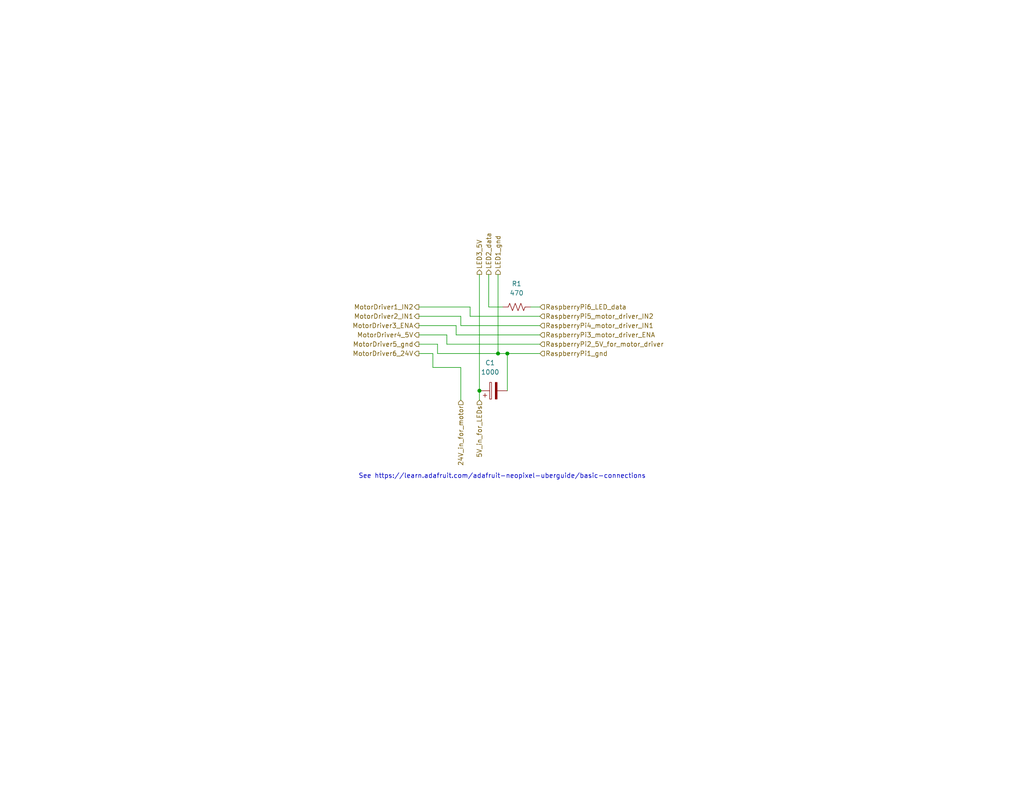
<source format=kicad_sch>
(kicad_sch (version 20211123) (generator eeschema)
  (paper "USLetter")
  (title_block (title "Prototype board for window blinds auto open/close"))
  (lib_symbols
    (symbol "Device:C_Polarized" (pin_numbers hide) (pin_names (offset 0.254))
      (property "Reference" "C" (at 0.635 2.54 0))
      (property "Value" "C_Polarized" (at 0.635 -2.54 0))
      (symbol "C_Polarized_0_1"
        (rectangle (start -2.286 0.508) (end 2.286 1.016))
        (polyline (pts (xy -1.778 2.286) (xy -0.762 2.286)))
        (polyline (pts (xy -1.27 2.794) (xy -1.27 1.778)))
        (rectangle (start 2.286 -0.508) (end -2.286 -1.016) (fill (type outline)))
      )
      (symbol "C_Polarized_1_1"
        (pin passive line (at 0 3.81 270) (length 2.794) (name "~") (number "1"))
        (pin passive line (at 0 -3.81 90) (length 2.794) (name "~") (number "2"))
      )
    )
    (symbol "Device:R_US" (pin_numbers hide) (pin_names (offset 0))
      (property "Reference" "R" (at 2.54 0 90))
      (property "Value" "R_US" (at -2.54 0 90))
      (symbol "R_US_0_1"
        (polyline (pts (xy 0 -2.286) (xy 0 -2.54)))
        (polyline (pts (xy 0 2.286) (xy 0 2.54)))
        (polyline (pts (xy 0 -0.762) (xy 1.016 -1.143) (xy 0 -1.524) (xy -1.016 -1.905) (xy 0 -2.286)))
        (polyline (pts (xy 0 0.762) (xy 1.016 0.381) (xy 0 0) (xy -1.016 -0.381) (xy 0 -0.762)))
        (polyline (pts (xy 0 2.286) (xy 1.016 1.905) (xy 0 1.524) (xy -1.016 1.143) (xy 0 0.762)))
      )
      (symbol "R_US_1_1"
        (pin passive line (at 0 3.81 270) (length 1.27) (name "~") (number "1"))
        (pin passive line (at 0 -3.81 90) (length 1.27) (name "~") (number "2"))
      )
    )
  )
  (junction (at 130.81 106.68))
  (junction (at 135.89 96.52))
  (junction (at 138.43 96.52))
  (wire (pts (xy 144.78 83.82) (xy 147.32 83.82)))
  (wire (pts (xy 121.92 93.98) (xy 121.92 91.44)))
  (wire (pts (xy 135.89 96.52) (xy 138.43 96.52)))
  (wire (pts (xy 138.43 96.52) (xy 147.32 96.52)))
  (wire (pts (xy 114.3 93.98) (xy 119.38 93.98)))
  (wire (pts (xy 138.43 96.52) (xy 138.43 106.68)))
  (wire (pts (xy 135.89 74.93) (xy 135.89 96.52)))
  (wire (pts (xy 147.32 91.44) (xy 124.46 91.44)))
  (wire (pts (xy 124.46 88.9) (xy 114.3 88.9)))
  (wire (pts (xy 128.27 86.36) (xy 128.27 83.82)))
  (wire (pts (xy 130.81 106.68) (xy 130.81 109.22)))
  (wire (pts (xy 133.35 74.93) (xy 133.35 83.82)))
  (wire (pts (xy 125.73 86.36) (xy 114.3 86.36)))
  (wire (pts (xy 118.11 100.33) (xy 125.73 100.33)))
  (wire (pts (xy 118.11 96.52) (xy 118.11 100.33)))
  (wire (pts (xy 133.35 83.82) (xy 137.16 83.82)))
  (wire (pts (xy 119.38 96.52) (xy 135.89 96.52)))
  (wire (pts (xy 147.32 88.9) (xy 125.73 88.9)))
  (wire (pts (xy 147.32 86.36) (xy 128.27 86.36)))
  (wire (pts (xy 128.27 83.82) (xy 114.3 83.82)))
  (wire (pts (xy 119.38 93.98) (xy 119.38 96.52)))
  (wire (pts (xy 125.73 88.9) (xy 125.73 86.36)))
  (wire (pts (xy 121.92 91.44) (xy 114.3 91.44)))
  (wire (pts (xy 114.3 96.52) (xy 118.11 96.52)))
  (wire (pts (xy 130.81 74.93) (xy 130.81 106.68)))
  (wire (pts (xy 147.32 93.98) (xy 121.92 93.98)))
  (wire (pts (xy 125.73 100.33) (xy 125.73 109.22)))
  (wire (pts (xy 124.46 91.44) (xy 124.46 88.9)))
  (text "See https://learn.adafruit.com/adafruit-neopixel-uberguide/basic-connections" (at 97.79 130.81 0) (effects (font (size 1.27 1.27)) (justify left bottom)))
  (hierarchical_label "MotorDriver4_5V" (shape output) (at 114.3 91.44 180))
  (hierarchical_label "MotorDriver6_24V" (shape output) (at 114.3 96.52 180))
  (hierarchical_label "RaspberryPi3_motor_driver_ENA" (shape input) (at 147.32 91.44 0))
  (hierarchical_label "LED2_data" (shape output) (at 133.35 74.93 90))
  (hierarchical_label "RaspberryPi4_motor_driver_IN1" (shape input) (at 147.32 88.9 0))
  (hierarchical_label "LED3_5V" (shape output) (at 130.81 74.93 90))
  (hierarchical_label "MotorDriver1_IN2" (shape output) (at 114.3 83.82 180))
  (hierarchical_label "RaspberryPi2_5V_for_motor_driver" (shape input) (at 147.32 93.98 0))
  (hierarchical_label "LED1_gnd" (shape output) (at 135.89 74.93 90))
  (hierarchical_label "24V_in_for_motor" (shape input) (at 125.73 109.22 270))
  (hierarchical_label "MotorDriver5_gnd" (shape output) (at 114.3 93.98 180))
  (hierarchical_label "MotorDriver3_ENA" (shape output) (at 114.3 88.9 180))
  (hierarchical_label "RaspberryPi1_gnd" (shape input) (at 147.32 96.52 0))
  (hierarchical_label "5V_in_for_LEDs" (shape input) (at 130.81 109.22 270))
  (hierarchical_label "RaspberryPi6_LED_data" (shape input) (at 147.32 83.82 0))
  (hierarchical_label "MotorDriver2_IN1" (shape output) (at 114.3 86.36 180))
  (hierarchical_label "RaspberryPi5_motor_driver_IN2" (shape input) (at 147.32 86.36 0))
  (symbol (lib_id "Device:C_Polarized") (at 134.62 106.68 90) (unit 1)
    (property "Reference" "C1" (at 133.731 99.06 90))
    (property "Value" "1000" (at 133.731 101.6 90))
  )
  (symbol (lib_id "Device:R_US") (at 140.97 83.82 90) (unit 1)
    (property "Reference" "R1" (at 140.97 77.47 90))
    (property "Value" "470" (at 140.97 80.01 90))
  )
)
</source>
